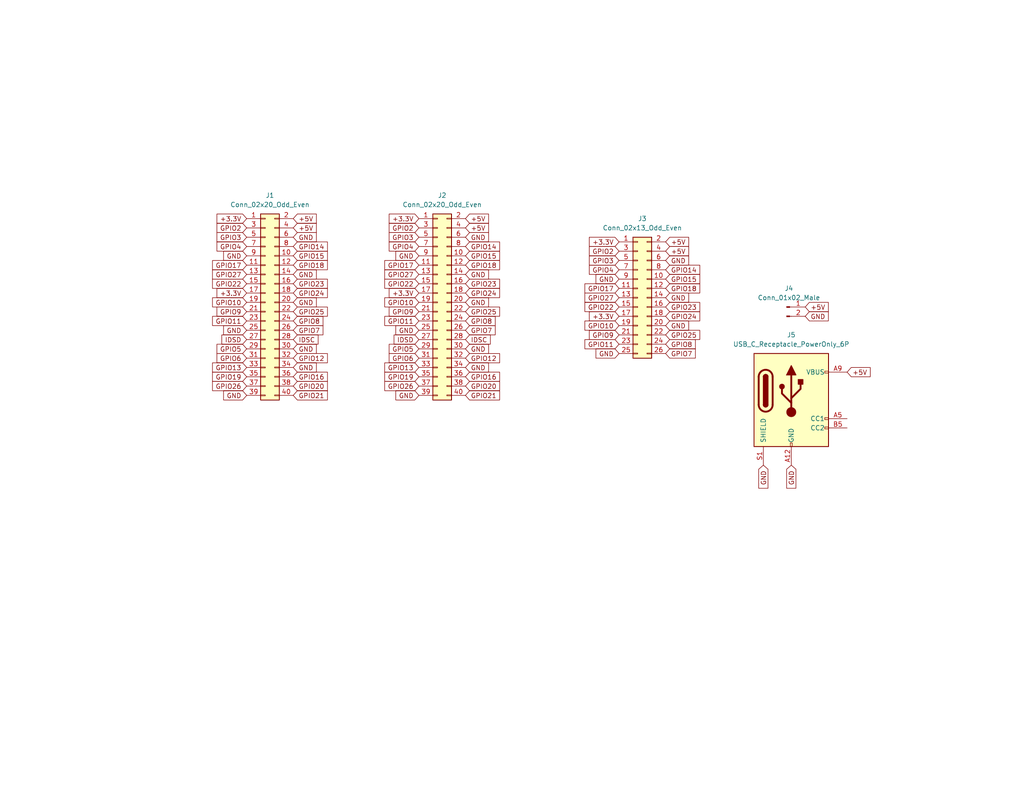
<source format=kicad_sch>
(kicad_sch (version 20230121) (generator eeschema)
  (paper "USLetter")
  (title_block (title "PI4 Adapter to Duet 3") (date "2022-02-12") (rev "0.1a") (comment 1 "Author: Stephen Castello") (comment 2 "creativecommons.org/licenses/by-sa/3.0/"))
  (lib_symbols
    (symbol "Connector:Conn_01x02_Male" (pin_names (offset 1.016) hide)
      (property "Reference" "J" (at 0 2.54 0))
      (property "Value" "Conn_01x02_Male" (at 0 -5.08 0))
      (symbol "Conn_01x02_Male_1_1"
        (polyline (pts (xy 1.27 -2.54) (xy 0.8636 -2.54)) (stroke (width 0.1524)))
        (polyline (pts (xy 1.27 0) (xy 0.8636 0)) (stroke (width 0.1524)))
        (rectangle (start 0.8636 -2.413) (end 0 -2.667) (stroke (width 0.1524)) (fill (type outline)))
        (rectangle (start 0.8636 0.127) (end 0 -0.127) (stroke (width 0.1524)) (fill (type outline)))
        (pin passive line (at 5.08 0 180) (length 3.81) (name "Pin_1") (number "1"))
        (pin passive line (at 5.08 -2.54 180) (length 3.81) (name "Pin_2") (number "2"))
      )
    )
    (symbol "Connector:USB_C_Receptacle_PowerOnly_6P" (pin_names (offset 1.016))
      (property "Reference" "J" (at 0 16.51 0))
      (property "Value" "USB_C_Receptacle_PowerOnly_6P" (at 0 13.97 0))
      (symbol "USB_C_Receptacle_PowerOnly_6P_0_0"
        (rectangle (start -0.254 -12.7) (end 0.254 -11.684))
        (rectangle (start 10.16 -7.366) (end 9.144 -7.874))
        (rectangle (start 10.16 -4.826) (end 9.144 -5.334))
        (rectangle (start 10.16 7.874) (end 9.144 7.366))
      )
      (symbol "USB_C_Receptacle_PowerOnly_6P_0_1"
        (rectangle (start -10.16 12.7) (end 10.16 -12.7) (stroke (width 0.254)) (fill (type background)))
        (arc (start -8.89 -1.27) (mid -6.985 -3.1667) (end -5.08 -1.27) (stroke (width 0.508)))
        (arc (start -7.62 -1.27) (mid -6.985 -1.9023) (end -6.35 -1.27) (stroke (width 0.254)))
        (arc (start -7.62 -1.27) (mid -6.985 -1.9023) (end -6.35 -1.27) (stroke (width 0.254)) (fill (type outline)))
        (rectangle (start -7.62 -1.27) (end -6.35 6.35) (stroke (width 0.254)) (fill (type outline)))
        (arc (start -6.35 6.35) (mid -6.985 6.9823) (end -7.62 6.35) (stroke (width 0.254)))
        (arc (start -6.35 6.35) (mid -6.985 6.9823) (end -7.62 6.35) (stroke (width 0.254)) (fill (type outline)))
        (arc (start -5.08 6.35) (mid -6.985 8.2467) (end -8.89 6.35) (stroke (width 0.508)))
        (circle (center -2.54 3.683) (radius 0.635) (stroke (width 0.254)) (fill (type outline)))
        (circle (center 0 -3.302) (radius 1.27) (fill (type outline)))
        (polyline (pts (xy -8.89 -1.27) (xy -8.89 6.35)) (stroke (width 0.508)))
        (polyline (pts (xy -5.08 6.35) (xy -5.08 -1.27)) (stroke (width 0.508)))
        (polyline (pts (xy 0 -3.302) (xy 0 6.858)) (stroke (width 0.508)))
        (polyline (pts (xy 0 -0.762) (xy -2.54 1.778) (xy -2.54 3.048)) (stroke (width 0.508)))
        (polyline (pts (xy 0 0.508) (xy 2.54 3.048) (xy 2.54 4.318)) (stroke (width 0.508)))
        (polyline (pts (xy -1.27 6.858) (xy 0 9.398) (xy 1.27 6.858) (xy -1.27 6.858)) (stroke (width 0.254)) (fill (type outline)))
        (rectangle (start 1.905 4.318) (end 3.175 5.588) (stroke (width 0.254)) (fill (type outline)))
      )
      (symbol "USB_C_Receptacle_PowerOnly_6P_1_1"
        (pin passive line (at 0 -17.78 90) (length 5.08) (name "GND") (number "A12"))
        (pin bidirectional line (at 15.24 -5.08 180) (length 5.08) (name "CC1") (number "A5"))
        (pin passive line (at 15.24 7.62 180) (length 5.08) (name "VBUS") (number "A9"))
        (pin passive line (at 0 -17.78 90) (length 5.08) hide (name "GND") (number "B12"))
        (pin bidirectional line (at 15.24 -7.62 180) (length 5.08) (name "CC2") (number "B5"))
        (pin passive line (at 15.24 7.62 180) (length 5.08) hide (name "VBUS") (number "B9"))
        (pin passive line (at -7.62 -17.78 90) (length 5.08) (name "SHIELD") (number "S1"))
      )
    )
    (symbol "Connector_Generic:Conn_02x13_Odd_Even" (pin_names (offset 1.016) hide)
      (property "Reference" "J" (at 1.27 17.78 0))
      (property "Value" "Conn_02x13_Odd_Even" (at 1.27 -17.78 0))
      (symbol "Conn_02x13_Odd_Even_1_1"
        (rectangle (start -1.27 -15.113) (end 0 -15.367) (stroke (width 0.1524)))
        (rectangle (start -1.27 -12.573) (end 0 -12.827) (stroke (width 0.1524)))
        (rectangle (start -1.27 -10.033) (end 0 -10.287) (stroke (width 0.1524)))
        (rectangle (start -1.27 -7.493) (end 0 -7.747) (stroke (width 0.1524)))
        (rectangle (start -1.27 -4.953) (end 0 -5.207) (stroke (width 0.1524)))
        (rectangle (start -1.27 -2.413) (end 0 -2.667) (stroke (width 0.1524)))
        (rectangle (start -1.27 0.127) (end 0 -0.127) (stroke (width 0.1524)))
        (rectangle (start -1.27 2.667) (end 0 2.413) (stroke (width 0.1524)))
        (rectangle (start -1.27 5.207) (end 0 4.953) (stroke (width 0.1524)))
        (rectangle (start -1.27 7.747) (end 0 7.493) (stroke (width 0.1524)))
        (rectangle (start -1.27 10.287) (end 0 10.033) (stroke (width 0.1524)))
        (rectangle (start -1.27 12.827) (end 0 12.573) (stroke (width 0.1524)))
        (rectangle (start -1.27 15.367) (end 0 15.113) (stroke (width 0.1524)))
        (rectangle (start -1.27 16.51) (end 3.81 -16.51) (stroke (width 0.254)) (fill (type background)))
        (rectangle (start 3.81 -15.113) (end 2.54 -15.367) (stroke (width 0.1524)))
        (rectangle (start 3.81 -12.573) (end 2.54 -12.827) (stroke (width 0.1524)))
        (rectangle (start 3.81 -10.033) (end 2.54 -10.287) (stroke (width 0.1524)))
        (rectangle (start 3.81 -7.493) (end 2.54 -7.747) (stroke (width 0.1524)))
        (rectangle (start 3.81 -4.953) (end 2.54 -5.207) (stroke (width 0.1524)))
        (rectangle (start 3.81 -2.413) (end 2.54 -2.667) (stroke (width 0.1524)))
        (rectangle (start 3.81 0.127) (end 2.54 -0.127) (stroke (width 0.1524)))
        (rectangle (start 3.81 2.667) (end 2.54 2.413) (stroke (width 0.1524)))
        (rectangle (start 3.81 5.207) (end 2.54 4.953) (stroke (width 0.1524)))
        (rectangle (start 3.81 7.747) (end 2.54 7.493) (stroke (width 0.1524)))
        (rectangle (start 3.81 10.287) (end 2.54 10.033) (stroke (width 0.1524)))
        (rectangle (start 3.81 12.827) (end 2.54 12.573) (stroke (width 0.1524)))
        (rectangle (start 3.81 15.367) (end 2.54 15.113) (stroke (width 0.1524)))
        (pin passive line (at -5.08 15.24 0) (length 3.81) (name "Pin_1") (number "1"))
        (pin passive line (at 7.62 5.08 180) (length 3.81) (name "Pin_10") (number "10"))
        (pin passive line (at -5.08 2.54 0) (length 3.81) (name "Pin_11") (number "11"))
        (pin passive line (at 7.62 2.54 180) (length 3.81) (name "Pin_12") (number "12"))
        (pin passive line (at -5.08 0 0) (length 3.81) (name "Pin_13") (number "13"))
        (pin passive line (at 7.62 0 180) (length 3.81) (name "Pin_14") (number "14"))
        (pin passive line (at -5.08 -2.54 0) (length 3.81) (name "Pin_15") (number "15"))
        (pin passive line (at 7.62 -2.54 180) (length 3.81) (name "Pin_16") (number "16"))
        (pin passive line (at -5.08 -5.08 0) (length 3.81) (name "Pin_17") (number "17"))
        (pin passive line (at 7.62 -5.08 180) (length 3.81) (name "Pin_18") (number "18"))
        (pin passive line (at -5.08 -7.62 0) (length 3.81) (name "Pin_19") (number "19"))
        (pin passive line (at 7.62 15.24 180) (length 3.81) (name "Pin_2") (number "2"))
        (pin passive line (at 7.62 -7.62 180) (length 3.81) (name "Pin_20") (number "20"))
        (pin passive line (at -5.08 -10.16 0) (length 3.81) (name "Pin_21") (number "21"))
        (pin passive line (at 7.62 -10.16 180) (length 3.81) (name "Pin_22") (number "22"))
        (pin passive line (at -5.08 -12.7 0) (length 3.81) (name "Pin_23") (number "23"))
        (pin passive line (at 7.62 -12.7 180) (length 3.81) (name "Pin_24") (number "24"))
        (pin passive line (at -5.08 -15.24 0) (length 3.81) (name "Pin_25") (number "25"))
        (pin passive line (at 7.62 -15.24 180) (length 3.81) (name "Pin_26") (number "26"))
        (pin passive line (at -5.08 12.7 0) (length 3.81) (name "Pin_3") (number "3"))
        (pin passive line (at 7.62 12.7 180) (length 3.81) (name "Pin_4") (number "4"))
        (pin passive line (at -5.08 10.16 0) (length 3.81) (name "Pin_5") (number "5"))
        (pin passive line (at 7.62 10.16 180) (length 3.81) (name "Pin_6") (number "6"))
        (pin passive line (at -5.08 7.62 0) (length 3.81) (name "Pin_7") (number "7"))
        (pin passive line (at 7.62 7.62 180) (length 3.81) (name "Pin_8") (number "8"))
        (pin passive line (at -5.08 5.08 0) (length 3.81) (name "Pin_9") (number "9"))
      )
    )
    (symbol "Connector_Generic:Conn_02x20_Odd_Even" (pin_names (offset 1.016) hide)
      (property "Reference" "J" (at 1.27 25.4 0))
      (property "Value" "Conn_02x20_Odd_Even" (at 1.27 -27.94 0))
      (symbol "Conn_02x20_Odd_Even_1_1"
        (rectangle (start -1.27 -25.273) (end 0 -25.527) (stroke (width 0.1524)))
        (rectangle (start -1.27 -22.733) (end 0 -22.987) (stroke (width 0.1524)))
        (rectangle (start -1.27 -20.193) (end 0 -20.447) (stroke (width 0.1524)))
        (rectangle (start -1.27 -17.653) (end 0 -17.907) (stroke (width 0.1524)))
        (rectangle (start -1.27 -15.113) (end 0 -15.367) (stroke (width 0.1524)))
        (rectangle (start -1.27 -12.573) (end 0 -12.827) (stroke (width 0.1524)))
        (rectangle (start -1.27 -10.033) (end 0 -10.287) (stroke (width 0.1524)))
        (rectangle (start -1.27 -7.493) (end 0 -7.747) (stroke (width 0.1524)))
        (rectangle (start -1.27 -4.953) (end 0 -5.207) (stroke (width 0.1524)))
        (rectangle (start -1.27 -2.413) (end 0 -2.667) (stroke (width 0.1524)))
        (rectangle (start -1.27 0.127) (end 0 -0.127) (stroke (width 0.1524)))
        (rectangle (start -1.27 2.667) (end 0 2.413) (stroke (width 0.1524)))
        (rectangle (start -1.27 5.207) (end 0 4.953) (stroke (width 0.1524)))
        (rectangle (start -1.27 7.747) (end 0 7.493) (stroke (width 0.1524)))
        (rectangle (start -1.27 10.287) (end 0 10.033) (stroke (width 0.1524)))
        (rectangle (start -1.27 12.827) (end 0 12.573) (stroke (width 0.1524)))
        (rectangle (start -1.27 15.367) (end 0 15.113) (stroke (width 0.1524)))
        (rectangle (start -1.27 17.907) (end 0 17.653) (stroke (width 0.1524)))
        (rectangle (start -1.27 20.447) (end 0 20.193) (stroke (width 0.1524)))
        (rectangle (start -1.27 22.987) (end 0 22.733) (stroke (width 0.1524)))
        (rectangle (start -1.27 24.13) (end 3.81 -26.67) (stroke (width 0.254)) (fill (type background)))
        (rectangle (start 3.81 -25.273) (end 2.54 -25.527) (stroke (width 0.1524)))
        (rectangle (start 3.81 -22.733) (end 2.54 -22.987) (stroke (width 0.1524)))
        (rectangle (start 3.81 -20.193) (end 2.54 -20.447) (stroke (width 0.1524)))
        (rectangle (start 3.81 -17.653) (end 2.54 -17.907) (stroke (width 0.1524)))
        (rectangle (start 3.81 -15.113) (end 2.54 -15.367) (stroke (width 0.1524)))
        (rectangle (start 3.81 -12.573) (end 2.54 -12.827) (stroke (width 0.1524)))
        (rectangle (start 3.81 -10.033) (end 2.54 -10.287) (stroke (width 0.1524)))
        (rectangle (start 3.81 -7.493) (end 2.54 -7.747) (stroke (width 0.1524)))
        (rectangle (start 3.81 -4.953) (end 2.54 -5.207) (stroke (width 0.1524)))
        (rectangle (start 3.81 -2.413) (end 2.54 -2.667) (stroke (width 0.1524)))
        (rectangle (start 3.81 0.127) (end 2.54 -0.127) (stroke (width 0.1524)))
        (rectangle (start 3.81 2.667) (end 2.54 2.413) (stroke (width 0.1524)))
        (rectangle (start 3.81 5.207) (end 2.54 4.953) (stroke (width 0.1524)))
        (rectangle (start 3.81 7.747) (end 2.54 7.493) (stroke (width 0.1524)))
        (rectangle (start 3.81 10.287) (end 2.54 10.033) (stroke (width 0.1524)))
        (rectangle (start 3.81 12.827) (end 2.54 12.573) (stroke (width 0.1524)))
        (rectangle (start 3.81 15.367) (end 2.54 15.113) (stroke (width 0.1524)))
        (rectangle (start 3.81 17.907) (end 2.54 17.653) (stroke (width 0.1524)))
        (rectangle (start 3.81 20.447) (end 2.54 20.193) (stroke (width 0.1524)))
        (rectangle (start 3.81 22.987) (end 2.54 22.733) (stroke (width 0.1524)))
        (pin passive line (at -5.08 22.86 0) (length 3.81) (name "Pin_1") (number "1"))
        (pin passive line (at 7.62 12.7 180) (length 3.81) (name "Pin_10") (number "10"))
        (pin passive line (at -5.08 10.16 0) (length 3.81) (name "Pin_11") (number "11"))
        (pin passive line (at 7.62 10.16 180) (length 3.81) (name "Pin_12") (number "12"))
        (pin passive line (at -5.08 7.62 0) (length 3.81) (name "Pin_13") (number "13"))
        (pin passive line (at 7.62 7.62 180) (length 3.81) (name "Pin_14") (number "14"))
        (pin passive line (at -5.08 5.08 0) (length 3.81) (name "Pin_15") (number "15"))
        (pin passive line (at 7.62 5.08 180) (length 3.81) (name "Pin_16") (number "16"))
        (pin passive line (at -5.08 2.54 0) (length 3.81) (name "Pin_17") (number "17"))
        (pin passive line (at 7.62 2.54 180) (length 3.81) (name "Pin_18") (number "18"))
        (pin passive line (at -5.08 0 0) (length 3.81) (name "Pin_19") (number "19"))
        (pin passive line (at 7.62 22.86 180) (length 3.81) (name "Pin_2") (number "2"))
        (pin passive line (at 7.62 0 180) (length 3.81) (name "Pin_20") (number "20"))
        (pin passive line (at -5.08 -2.54 0) (length 3.81) (name "Pin_21") (number "21"))
        (pin passive line (at 7.62 -2.54 180) (length 3.81) (name "Pin_22") (number "22"))
        (pin passive line (at -5.08 -5.08 0) (length 3.81) (name "Pin_23") (number "23"))
        (pin passive line (at 7.62 -5.08 180) (length 3.81) (name "Pin_24") (number "24"))
        (pin passive line (at -5.08 -7.62 0) (length 3.81) (name "Pin_25") (number "25"))
        (pin passive line (at 7.62 -7.62 180) (length 3.81) (name "Pin_26") (number "26"))
        (pin passive line (at -5.08 -10.16 0) (length 3.81) (name "Pin_27") (number "27"))
        (pin passive line (at 7.62 -10.16 180) (length 3.81) (name "Pin_28") (number "28"))
        (pin passive line (at -5.08 -12.7 0) (length 3.81) (name "Pin_29") (number "29"))
        (pin passive line (at -5.08 20.32 0) (length 3.81) (name "Pin_3") (number "3"))
        (pin passive line (at 7.62 -12.7 180) (length 3.81) (name "Pin_30") (number "30"))
        (pin passive line (at -5.08 -15.24 0) (length 3.81) (name "Pin_31") (number "31"))
        (pin passive line (at 7.62 -15.24 180) (length 3.81) (name "Pin_32") (number "32"))
        (pin passive line (at -5.08 -17.78 0) (length 3.81) (name "Pin_33") (number "33"))
        (pin passive line (at 7.62 -17.78 180) (length 3.81) (name "Pin_34") (number "34"))
        (pin passive line (at -5.08 -20.32 0) (length 3.81) (name "Pin_35") (number "35"))
        (pin passive line (at 7.62 -20.32 180) (length 3.81) (name "Pin_36") (number "36"))
        (pin passive line (at -5.08 -22.86 0) (length 3.81) (name "Pin_37") (number "37"))
        (pin passive line (at 7.62 -22.86 180) (length 3.81) (name "Pin_38") (number "38"))
        (pin passive line (at -5.08 -25.4 0) (length 3.81) (name "Pin_39") (number "39"))
        (pin passive line (at 7.62 20.32 180) (length 3.81) (name "Pin_4") (number "4"))
        (pin passive line (at 7.62 -25.4 180) (length 3.81) (name "Pin_40") (number "40"))
        (pin passive line (at -5.08 17.78 0) (length 3.81) (name "Pin_5") (number "5"))
        (pin passive line (at 7.62 17.78 180) (length 3.81) (name "Pin_6") (number "6"))
        (pin passive line (at -5.08 15.24 0) (length 3.81) (name "Pin_7") (number "7"))
        (pin passive line (at 7.62 15.24 180) (length 3.81) (name "Pin_8") (number "8"))
        (pin passive line (at -5.08 12.7 0) (length 3.81) (name "Pin_9") (number "9"))
      )
    )
  )
  (global_label "GPIO15" (shape input) (at 127 69.85 0) (property "Intersheetrefs" "${INTERSHEET_REFS}" (effects hide)))
  (global_label "GPIO4" (shape input) (at 168.91 73.66 180) (property "Intersheetrefs" "${INTERSHEET_REFS}" (effects hide)))
  (global_label "GND" (shape input) (at 127 74.93 0) (property "Intersheetrefs" "${INTERSHEET_REFS}" (effects hide)))
  (global_label "GPIO17" (shape input) (at 168.91 78.74 180) (property "Intersheetrefs" "${INTERSHEET_REFS}" (effects hide)))
  (global_label "+5V" (shape input) (at 127 59.69 0) (property "Intersheetrefs" "${INTERSHEET_REFS}" (effects hide)))
  (global_label "+3.3V" (shape input) (at 168.91 66.04 180) (property "Intersheetrefs" "${INTERSHEET_REFS}" (effects hide)))
  (global_label "GPIO3" (shape input) (at 114.3 64.77 180) (property "Intersheetrefs" "${INTERSHEET_REFS}" (effects hide)))
  (global_label "GPIO15" (shape input) (at 80.01 69.85 0) (property "Intersheetrefs" "${INTERSHEET_REFS}" (effects hide)))
  (global_label "GPIO5" (shape input) (at 67.31 95.25 180) (property "Intersheetrefs" "${INTERSHEET_REFS}" (effects hide)))
  (global_label "GND" (shape input) (at 219.71 86.36 0) (property "Intersheetrefs" "${INTERSHEET_REFS}" (effects hide)))
  (global_label "GND" (shape input) (at 80.01 64.77 0) (property "Intersheetrefs" "${INTERSHEET_REFS}" (effects hide)))
  (global_label "GPIO17" (shape input) (at 67.31 72.39 180) (property "Intersheetrefs" "${INTERSHEET_REFS}" (effects hide)))
  (global_label "GPIO9" (shape input) (at 114.3 85.09 180) (property "Intersheetrefs" "${INTERSHEET_REFS}" (effects hide)))
  (global_label "GPIO17" (shape input) (at 114.3 72.39 180) (property "Intersheetrefs" "${INTERSHEET_REFS}" (effects hide)))
  (global_label "GPIO24" (shape input) (at 80.01 80.01 0) (property "Intersheetrefs" "${INTERSHEET_REFS}" (effects hide)))
  (global_label "GPIO23" (shape input) (at 80.01 77.47 0) (property "Intersheetrefs" "${INTERSHEET_REFS}" (effects hide)))
  (global_label "GPIO21" (shape input) (at 80.01 107.95 0) (property "Intersheetrefs" "${INTERSHEET_REFS}" (effects hide)))
  (global_label "GPIO9" (shape input) (at 168.91 91.44 180) (property "Intersheetrefs" "${INTERSHEET_REFS}" (effects hide)))
  (global_label "GND" (shape input) (at 215.9 127 270) (property "Intersheetrefs" "${INTERSHEET_REFS}" (effects hide)))
  (global_label "GND" (shape input) (at 168.91 76.2 180) (property "Intersheetrefs" "${INTERSHEET_REFS}" (effects hide)))
  (global_label "GPIO26" (shape input) (at 114.3 105.41 180) (property "Intersheetrefs" "${INTERSHEET_REFS}" (effects hide)))
  (global_label "GPIO11" (shape input) (at 168.91 93.98 180) (property "Intersheetrefs" "${INTERSHEET_REFS}" (effects hide)))
  (global_label "GND" (shape input) (at 181.61 81.28 0) (property "Intersheetrefs" "${INTERSHEET_REFS}" (effects hide)))
  (global_label "GPIO12" (shape input) (at 80.01 97.79 0) (property "Intersheetrefs" "${INTERSHEET_REFS}" (effects hide)))
  (global_label "IDSC" (shape input) (at 80.01 92.71 0) (property "Intersheetrefs" "${INTERSHEET_REFS}" (effects hide)))
  (global_label "GPIO27" (shape input) (at 168.91 81.28 180) (property "Intersheetrefs" "${INTERSHEET_REFS}" (effects hide)))
  (global_label "GPIO24" (shape input) (at 181.61 86.36 0) (property "Intersheetrefs" "${INTERSHEET_REFS}" (effects hide)))
  (global_label "GPIO11" (shape input) (at 67.31 87.63 180) (property "Intersheetrefs" "${INTERSHEET_REFS}" (effects hide)))
  (global_label "GPIO14" (shape input) (at 127 67.31 0) (property "Intersheetrefs" "${INTERSHEET_REFS}" (effects hide)))
  (global_label "GPIO3" (shape input) (at 67.31 64.77 180) (property "Intersheetrefs" "${INTERSHEET_REFS}" (effects hide)))
  (global_label "GPIO27" (shape input) (at 67.31 74.93 180) (property "Intersheetrefs" "${INTERSHEET_REFS}" (effects hide)))
  (global_label "GPIO19" (shape input) (at 114.3 102.87 180) (property "Intersheetrefs" "${INTERSHEET_REFS}" (effects hide)))
  (global_label "IDSD" (shape input) (at 114.3 92.71 180) (property "Intersheetrefs" "${INTERSHEET_REFS}" (effects hide)))
  (global_label "GPIO27" (shape input) (at 114.3 74.93 180) (property "Intersheetrefs" "${INTERSHEET_REFS}" (effects hide)))
  (global_label "GPIO23" (shape input) (at 181.61 83.82 0) (property "Intersheetrefs" "${INTERSHEET_REFS}" (effects hide)))
  (global_label "GPIO18" (shape input) (at 181.61 78.74 0) (property "Intersheetrefs" "${INTERSHEET_REFS}" (effects hide)))
  (global_label "+5V" (shape input) (at 80.01 62.23 0) (property "Intersheetrefs" "${INTERSHEET_REFS}" (effects hide)))
  (global_label "GPIO22" (shape input) (at 67.31 77.47 180) (property "Intersheetrefs" "${INTERSHEET_REFS}" (effects hide)))
  (global_label "GPIO18" (shape input) (at 80.01 72.39 0) (property "Intersheetrefs" "${INTERSHEET_REFS}" (effects hide)))
  (global_label "GPIO25" (shape input) (at 127 85.09 0) (property "Intersheetrefs" "${INTERSHEET_REFS}" (effects hide)))
  (global_label "GND" (shape input) (at 181.61 88.9 0) (property "Intersheetrefs" "${INTERSHEET_REFS}" (effects hide)))
  (global_label "GPIO7" (shape input) (at 80.01 90.17 0) (property "Intersheetrefs" "${INTERSHEET_REFS}" (effects hide)))
  (global_label "GPIO18" (shape input) (at 127 72.39 0) (property "Intersheetrefs" "${INTERSHEET_REFS}" (effects hide)))
  (global_label "+3.3V" (shape input) (at 114.3 59.69 180) (property "Intersheetrefs" "${INTERSHEET_REFS}" (effects hide)))
  (global_label "GPIO26" (shape input) (at 67.31 105.41 180) (property "Intersheetrefs" "${INTERSHEET_REFS}" (effects hide)))
  (global_label "GPIO4" (shape input) (at 67.31 67.31 180) (property "Intersheetrefs" "${INTERSHEET_REFS}" (effects hide)))
  (global_label "GND" (shape input) (at 127 100.33 0) (property "Intersheetrefs" "${INTERSHEET_REFS}" (effects hide)))
  (global_label "GPIO20" (shape input) (at 80.01 105.41 0) (property "Intersheetrefs" "${INTERSHEET_REFS}" (effects hide)))
  (global_label "GPIO14" (shape input) (at 80.01 67.31 0) (property "Intersheetrefs" "${INTERSHEET_REFS}" (effects hide)))
  (global_label "GND" (shape input) (at 127 95.25 0) (property "Intersheetrefs" "${INTERSHEET_REFS}" (effects hide)))
  (global_label "GND" (shape input) (at 80.01 82.55 0) (property "Intersheetrefs" "${INTERSHEET_REFS}" (effects hide)))
  (global_label "GPIO16" (shape input) (at 80.01 102.87 0) (property "Intersheetrefs" "${INTERSHEET_REFS}" (effects hide)))
  (global_label "GPIO25" (shape input) (at 181.61 91.44 0) (property "Intersheetrefs" "${INTERSHEET_REFS}" (effects hide)))
  (global_label "GPIO8" (shape input) (at 80.01 87.63 0) (property "Intersheetrefs" "${INTERSHEET_REFS}" (effects hide)))
  (global_label "GPIO16" (shape input) (at 127 102.87 0) (property "Intersheetrefs" "${INTERSHEET_REFS}" (effects hide)))
  (global_label "GPIO24" (shape input) (at 127 80.01 0) (property "Intersheetrefs" "${INTERSHEET_REFS}" (effects hide)))
  (global_label "GPIO7" (shape input) (at 127 90.17 0) (property "Intersheetrefs" "${INTERSHEET_REFS}" (effects hide)))
  (global_label "+5V" (shape input) (at 231.14 101.6 0) (property "Intersheetrefs" "${INTERSHEET_REFS}" (effects hide)))
  (global_label "GPIO15" (shape input) (at 181.61 76.2 0) (property "Intersheetrefs" "${INTERSHEET_REFS}" (effects hide)))
  (global_label "GPIO21" (shape input) (at 127 107.95 0) (property "Intersheetrefs" "${INTERSHEET_REFS}" (effects hide)))
  (global_label "+3.3V" (shape input) (at 168.91 86.36 180) (property "Intersheetrefs" "${INTERSHEET_REFS}" (effects hide)))
  (global_label "GPIO9" (shape input) (at 67.31 85.09 180) (property "Intersheetrefs" "${INTERSHEET_REFS}" (effects hide)))
  (global_label "GPIO6" (shape input) (at 114.3 97.79 180) (property "Intersheetrefs" "${INTERSHEET_REFS}" (effects hide)))
  (global_label "+5V" (shape input) (at 127 62.23 0) (property "Intersheetrefs" "${INTERSHEET_REFS}" (effects hide)))
  (global_label "GPIO12" (shape input) (at 127 97.79 0) (property "Intersheetrefs" "${INTERSHEET_REFS}" (effects hide)))
  (global_label "GPIO2" (shape input) (at 114.3 62.23 180) (property "Intersheetrefs" "${INTERSHEET_REFS}" (effects hide)))
  (global_label "GND" (shape input) (at 168.91 96.52 180) (property "Intersheetrefs" "${INTERSHEET_REFS}" (effects hide)))
  (global_label "GND" (shape input) (at 114.3 69.85 180) (property "Intersheetrefs" "${INTERSHEET_REFS}" (effects hide)))
  (global_label "GPIO3" (shape input) (at 168.91 71.12 180) (property "Intersheetrefs" "${INTERSHEET_REFS}" (effects hide)))
  (global_label "GPIO25" (shape input) (at 80.01 85.09 0) (property "Intersheetrefs" "${INTERSHEET_REFS}" (effects hide)))
  (global_label "GPIO11" (shape input) (at 114.3 87.63 180) (property "Intersheetrefs" "${INTERSHEET_REFS}" (effects hide)))
  (global_label "GPIO13" (shape input) (at 114.3 100.33 180) (property "Intersheetrefs" "${INTERSHEET_REFS}" (effects hide)))
  (global_label "GND" (shape input) (at 208.28 127 270) (property "Intersheetrefs" "${INTERSHEET_REFS}" (effects hide)))
  (global_label "GPIO19" (shape input) (at 67.31 102.87 180) (property "Intersheetrefs" "${INTERSHEET_REFS}" (effects hide)))
  (global_label "+3.3V" (shape input) (at 114.3 80.01 180) (property "Intersheetrefs" "${INTERSHEET_REFS}" (effects hide)))
  (global_label "GND" (shape input) (at 67.31 90.17 180) (property "Intersheetrefs" "${INTERSHEET_REFS}" (effects hide)))
  (global_label "GPIO10" (shape input) (at 168.91 88.9 180) (property "Intersheetrefs" "${INTERSHEET_REFS}" (effects hide)))
  (global_label "IDSC" (shape input) (at 127 92.71 0) (property "Intersheetrefs" "${INTERSHEET_REFS}" (effects hide)))
  (global_label "GND" (shape input) (at 181.61 71.12 0) (property "Intersheetrefs" "${INTERSHEET_REFS}" (effects hide)))
  (global_label "+5V" (shape input) (at 181.61 66.04 0) (property "Intersheetrefs" "${INTERSHEET_REFS}" (effects hide)))
  (global_label "GPIO4" (shape input) (at 114.3 67.31 180) (property "Intersheetrefs" "${INTERSHEET_REFS}" (effects hide)))
  (global_label "GPIO8" (shape input) (at 181.61 93.98 0) (property "Intersheetrefs" "${INTERSHEET_REFS}" (effects hide)))
  (global_label "GND" (shape input) (at 114.3 107.95 180) (property "Intersheetrefs" "${INTERSHEET_REFS}" (effects hide)))
  (global_label "GND" (shape input) (at 127 82.55 0) (property "Intersheetrefs" "${INTERSHEET_REFS}" (effects hide)))
  (global_label "GPIO7" (shape input) (at 181.61 96.52 0) (property "Intersheetrefs" "${INTERSHEET_REFS}" (effects hide)))
  (global_label "GPIO5" (shape input) (at 114.3 95.25 180) (property "Intersheetrefs" "${INTERSHEET_REFS}" (effects hide)))
  (global_label "GND" (shape input) (at 80.01 95.25 0) (property "Intersheetrefs" "${INTERSHEET_REFS}" (effects hide)))
  (global_label "GPIO23" (shape input) (at 127 77.47 0) (property "Intersheetrefs" "${INTERSHEET_REFS}" (effects hide)))
  (global_label "GPIO20" (shape input) (at 127 105.41 0) (property "Intersheetrefs" "${INTERSHEET_REFS}" (effects hide)))
  (global_label "GPIO22" (shape input) (at 168.91 83.82 180) (property "Intersheetrefs" "${INTERSHEET_REFS}" (effects hide)))
  (global_label "GPIO22" (shape input) (at 114.3 77.47 180) (property "Intersheetrefs" "${INTERSHEET_REFS}" (effects hide)))
  (global_label "GND" (shape input) (at 80.01 74.93 0) (property "Intersheetrefs" "${INTERSHEET_REFS}" (effects hide)))
  (global_label "+3.3V" (shape input) (at 67.31 80.01 180) (property "Intersheetrefs" "${INTERSHEET_REFS}" (effects hide)))
  (global_label "GPIO2" (shape input) (at 168.91 68.58 180) (property "Intersheetrefs" "${INTERSHEET_REFS}" (effects hide)))
  (global_label "GPIO13" (shape input) (at 67.31 100.33 180) (property "Intersheetrefs" "${INTERSHEET_REFS}" (effects hide)))
  (global_label "+5V" (shape input) (at 80.01 59.69 0) (property "Intersheetrefs" "${INTERSHEET_REFS}" (effects hide)))
  (global_label "+5V" (shape input) (at 219.71 83.82 0) (property "Intersheetrefs" "${INTERSHEET_REFS}" (effects hide)))
  (global_label "GPIO14" (shape input) (at 181.61 73.66 0) (property "Intersheetrefs" "${INTERSHEET_REFS}" (effects hide)))
  (global_label "IDSD" (shape input) (at 67.31 92.71 180) (property "Intersheetrefs" "${INTERSHEET_REFS}" (effects hide)))
  (global_label "+5V" (shape input) (at 181.61 68.58 0) (property "Intersheetrefs" "${INTERSHEET_REFS}" (effects hide)))
  (global_label "GND" (shape input) (at 67.31 69.85 180) (property "Intersheetrefs" "${INTERSHEET_REFS}" (effects hide)))
  (global_label "GND" (shape input) (at 67.31 107.95 180) (property "Intersheetrefs" "${INTERSHEET_REFS}" (effects hide)))
  (global_label "GPIO2" (shape input) (at 67.31 62.23 180) (property "Intersheetrefs" "${INTERSHEET_REFS}" (effects hide)))
  (global_label "GPIO6" (shape input) (at 67.31 97.79 180) (property "Intersheetrefs" "${INTERSHEET_REFS}" (effects hide)))
  (global_label "GND" (shape input) (at 114.3 90.17 180) (property "Intersheetrefs" "${INTERSHEET_REFS}" (effects hide)))
  (global_label "GND" (shape input) (at 80.01 100.33 0) (property "Intersheetrefs" "${INTERSHEET_REFS}" (effects hide)))
  (global_label "GPIO8" (shape input) (at 127 87.63 0) (property "Intersheetrefs" "${INTERSHEET_REFS}" (effects hide)))
  (global_label "GPIO10" (shape input) (at 67.31 82.55 180) (property "Intersheetrefs" "${INTERSHEET_REFS}" (effects hide)))
  (global_label "GND" (shape input) (at 127 64.77 0) (property "Intersheetrefs" "${INTERSHEET_REFS}" (effects hide)))
  (global_label "+3.3V" (shape input) (at 67.31 59.69 180) (property "Intersheetrefs" "${INTERSHEET_REFS}" (effects hide)))
  (global_label "GPIO10" (shape input) (at 114.3 82.55 180) (property "Intersheetrefs" "${INTERSHEET_REFS}" (effects hide)))
  (symbol (lib_id "Connector:USB_C_Receptacle_PowerOnly_6P") (at 215.9 109.22 0) (unit 1)
    (property "Reference" "J5" (at 215.9 91.44 0))
    (property "Value" "USB_C_Receptacle_PowerOnly_6P" (at 215.9 93.98 0))
    (property "Footprint" "Connector_USB:USB_C_Receptacle_GCT_USB4135-GF-A_6P_TopMnt_Horizontal" (effects hide))
    (property "Datasheet" "https://www.usb.org/sites/default/files/documents/usb_type-c.zip" (effects hide))
  )
  (symbol (lib_id "Connector:Conn_01x02_Male") (at 214.63 83.82 0) (unit 1)
    (property "Reference" "J4" (at 215.265 78.74 0))
    (property "Value" "Conn_01x02_Male" (at 215.265 81.28 0))
    (property "Footprint" "Connector_JST:JST_XH_S2B-XH-A_1x02_P2.50mm_Horizontal" (effects hide))
  )
  (symbol (lib_id "Connector_Generic:Conn_02x13_Odd_Even") (at 173.99 81.28 0) (unit 1)
    (property "Reference" "J3" (at 175.26 59.69 0))
    (property "Value" "Conn_02x13_Odd_Even" (at 175.26 62.23 0))
    (property "Footprint" "Connector_PinSocket_2.54mm:PinSocket_2x13_P2.54mm_Vertical" (effects hide))
  )
  (symbol (lib_id "Connector_Generic:Conn_02x20_Odd_Even") (at 119.38 82.55 0) (unit 1)
    (property "Reference" "J2" (at 120.65 53.34 0))
    (property "Value" "Conn_02x20_Odd_Even" (at 120.65 55.88 0))
    (property "Footprint" "Connector_PinHeader_2.54mm:PinHeader_2x20_P2.54mm_Vertical" (effects hide))
  )
  (symbol (lib_id "Connector_Generic:Conn_02x20_Odd_Even") (at 72.39 82.55 0) (unit 1)
    (property "Reference" "J1" (at 73.66 53.34 0))
    (property "Value" "Conn_02x20_Odd_Even" (at 73.66 55.88 0))
    (property "Footprint" "Connector_PinSocket_2.54mm:PinSocket_2x20_P2.54mm_Vertical" (effects hide))
  )
)
</source>
